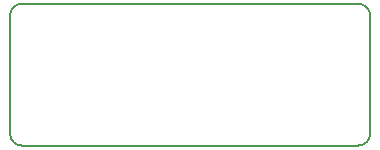
<source format=gbr>
G04 #@! TF.FileFunction,Profile,NP*
%FSLAX46Y46*%
G04 Gerber Fmt 4.6, Leading zero omitted, Abs format (unit mm)*
G04 Created by KiCad (PCBNEW 4.0.3+e1-6302~38~ubuntu15.04.1-stable) date Sat Oct  8 22:08:40 2016*
%MOMM*%
%LPD*%
G01*
G04 APERTURE LIST*
%ADD10C,0.100000*%
%ADD11C,0.150000*%
G04 APERTURE END LIST*
D10*
D11*
X147500000Y-99000000D02*
X144000000Y-99000000D01*
X147500000Y-111000000D02*
X144000000Y-111000000D01*
X119000000Y-99000000D02*
G75*
G03X118000000Y-100000000I0J-1000000D01*
G01*
X118000000Y-110000000D02*
G75*
G03X119000000Y-111000000I1000000J0D01*
G01*
X147500000Y-111000000D02*
G75*
G03X148500000Y-110000000I0J1000000D01*
G01*
X148500000Y-100000000D02*
G75*
G03X147500000Y-99000000I-1000000J0D01*
G01*
X148500000Y-110000000D02*
X148500000Y-100000000D01*
X119000000Y-111000000D02*
X144000000Y-111000000D01*
X118000000Y-100000000D02*
X118000000Y-110000000D01*
X144000000Y-99000000D02*
X119000000Y-99000000D01*
M02*

</source>
